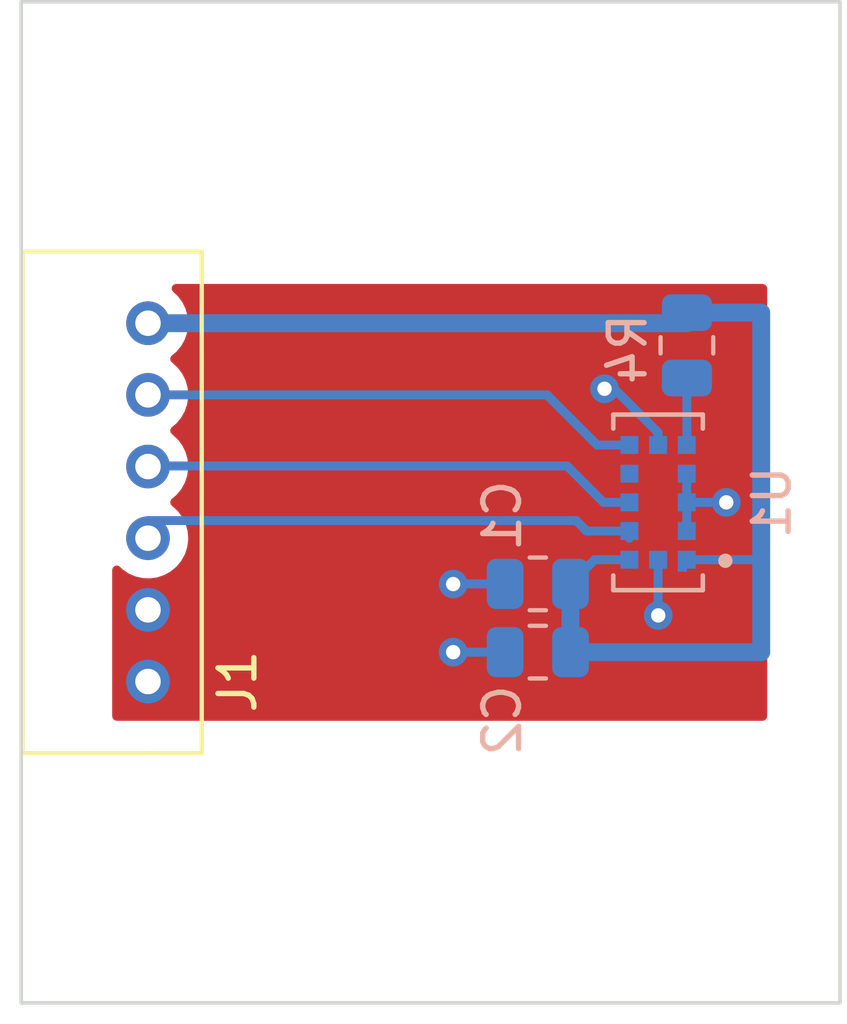
<source format=kicad_pcb>
(kicad_pcb (version 20211014) (generator pcbnew)
  (layers (0 "F.Cu" signal) (31 "B.Cu" signal) (34 "B.Paste" user) (35 "F.Paste" user) (36 "B.SilkS" user "B.Silkscreen") (37 "F.SilkS" user "F.Silkscreen") (38 "B.Mask" user) (39 "F.Mask" user) (44 "Edge.Cuts" user))
  (net 0 "")
  (net 1 "+3V3")
  (net 2 "GND")
  (net 3 "Net-(J1-Pad5)")
  (net 4 "Net-(U1-Pad10)")
  (net 5 "Net-(U1-Pad9)")
  (net 6 "Net-(U1-Pad5)")
  (footprint "MountingHole:MountingHole_3.2mm_M3" (layer "F.Cu") (at 74.93 48.895)
    (fp_text reference "REF**" hide)
    (fp_text value "MountingHole_3.2mm_M3")
    (pad "" np_thru_hole circle (at 0 0) (size 3.2 3.2) (drill 3.2) (layers *.Cu *.Mask))
  )
  (footprint "MountingHole:MountingHole_3.2mm_M3" (layer "F.Cu") (at 74.93 67.945)
    (fp_text reference "REF**" hide)
    (fp_text value "MountingHole_3.2mm_M3")
    (pad "" np_thru_hole circle (at 0 0) (size 3.2 3.2) (drill 3.2) (layers *.Cu *.Mask))
  )
  (footprint "KiCad_Cust:140-506-415-001" (layer "F.Cu") (at 69.58 63.42 90)
    (fp_text reference "J1" (at 0 2.5 90) (layer "F.SilkS"))
    (fp_text value "140-506-415-001" hide)
    (fp_line (start 12 0) (end 12 1.5) (layer "F.SilkS") (width 0.12))
    (fp_line (start 12 1.5) (end -2 1.5) (layer "F.SilkS") (width 0.12))
    (fp_line (start -2 -3.5) (end 12 -3.5) (layer "F.SilkS") (width 0.12))
    (fp_line (start -2 1.5) (end -2 0) (layer "F.SilkS") (width 0.12))
    (fp_line (start -2 0) (end -2 -3.5) (layer "F.SilkS") (width 0.12))
    (fp_line (start 12 -3.5) (end 12 0) (layer "F.SilkS") (width 0.12))
    (pad "1" thru_hole circle (at 0 0 90) (size 1.2192 1.2192) (drill 0.7112) (layers *.Cu *.Mask) (net 2 "GND"))
    (pad "2" thru_hole circle (at 2.000001 0 90) (size 1.2192 1.2192) (drill 0.7112) (layers *.Cu *.Mask) (net 2 "GND"))
    (pad "3" thru_hole circle (at 4 0 90) (size 1.2192 1.2192) (drill 0.7112) (layers *.Cu *.Mask) (net 4 "Net-(U1-Pad10)"))
    (pad "4" thru_hole circle (at 6.000001 0 90) (size 1.2192 1.2192) (drill 0.7112) (layers *.Cu *.Mask) (net 5 "Net-(U1-Pad9)"))
    (pad "5" thru_hole circle (at 7.999999 0 90) (size 1.2192 1.2192) (drill 0.7112) (layers *.Cu *.Mask) (net 3 "Net-(J1-Pad5)"))
    (pad "6" thru_hole circle (at 10 0 90) (size 1.2192 1.2192) (drill 0.7112) (layers *.Cu *.Mask) (net 1 "+3V3"))
  )
  (footprint "KiCad_Cust:XDCR_VL53L1CBV0FY-1" (layer "B.Cu") (at 83.82 58.42)
    (fp_text reference "U1" (at 3.175 0 90) (layer "B.SilkS") (effects (justify mirror)))
    (fp_text value "VL53L1CBV0FY-1")
    (fp_line (start 1.25 -2.45) (end 1.25 -2.06) (layer "B.SilkS") (width 0.127))
    (fp_line (start -1.25 -2.45) (end 1.25 -2.45) (layer "B.SilkS") (width 0.127))
    (fp_line (start -1.25 2.45) (end 1.25 2.45) (layer "B.SilkS") (width 0.127))
    (fp_line (start -1.25 2.04) (end -1.25 2.45) (layer "B.SilkS") (width 0.127))
    (fp_line (start -1.25 -2.06) (end -1.25 -2.45) (layer "B.SilkS") (width 0.127))
    (fp_line (start 1.25 2.45) (end 1.25 2.04) (layer "B.SilkS") (width 0.127))
    (fp_circle (center 1.88 1.63) (end 1.98 1.63) (layer "B.SilkS") (width 0.2) (fill none))
    (pad "1" smd custom (at 0.8 1.6) (size 0.5 0.5) (layers "B.Cu" "B.Paste" "B.Mask") (net 1 "+3V3") (options (clearance outline) (anchor rect)) (primitives (gr_poly (pts (xy -0.25 0.25) (xy -0.25 0.33) (xy 0 0.33) (xy 0 0.12) (xy 0.11 0.12) (xy 0.11 -0.1) (xy -0.23 -0.1) (xy -0.23 0.25)) (width 0.01) (fill yes))))
    (pad "2" smd rect (at 0.8 0.8) (size 0.5 0.5) (layers "B.Cu" "B.Paste" "B.Mask") (net 2 "GND"))
    (pad "3" smd rect (at 0.8 0) (size 0.5 0.5) (layers "B.Cu" "B.Paste" "B.Mask") (net 2 "GND"))
    (pad "4" smd rect (at 0.8 -0.8) (size 0.5 0.5) (layers "B.Cu" "B.Paste" "B.Mask") (net 2 "GND"))
    (pad "5" smd rect (at 0.8 -1.6) (size 0.5 0.5) (layers "B.Cu" "B.Paste" "B.Mask") (net 6 "Net-(U1-Pad5)"))
    (pad "6" smd rect (at 0 -1.6) (size 0.5 0.5) (layers "B.Cu" "B.Paste" "B.Mask") (net 2 "GND"))
    (pad "7" smd rect (at -0.8 -1.6) (size 0.5 0.5) (layers "B.Cu" "B.Paste" "B.Mask") (net 3 "Net-(J1-Pad5)"))
    (pad "8" smd rect (at -0.8 -0.8) (size 0.5 0.5) (layers "B.Cu" "B.Paste" "B.Mask"))
    (pad "9" smd rect (at -0.8 0) (size 0.5 0.5) (layers "B.Cu" "B.Paste" "B.Mask") (net 5 "Net-(U1-Pad9)"))
    (pad "10" smd rect (at -0.8 0.8) (size 0.5 0.5) (layers "B.Cu" "B.Paste" "B.Mask") (net 4 "Net-(U1-Pad10)"))
    (pad "11" smd rect (at -0.8 1.6) (size 0.5 0.5) (layers "B.Cu" "B.Paste" "B.Mask") (net 1 "+3V3"))
    (pad "12" smd rect (at 0 1.6) (size 0.5 0.5) (layers "B.Cu" "B.Paste" "B.Mask") (net 2 "GND"))
  )
  (footprint "Resistor_SMD:R_0805_2012Metric" (layer "B.Cu") (at 84.625 54.0375 -90)
    (fp_text reference "R4" (at 0.1035 1.651 90) (layer "B.SilkS") (effects (justify mirror)))
    (fp_text value "2k")
    (fp_line (start -0.227064 -0.735) (end 0.227064 -0.735) (layer "B.SilkS") (width 0.12))
    (fp_line (start -0.227064 0.735) (end 0.227064 0.735) (layer "B.SilkS") (width 0.12))
    (pad "1" smd roundrect (at -0.9125 0 270) (size 1.025 1.4) (layers "B.Cu" "B.Paste" "B.Mask") (roundrect_rratio 0.243902) (net 1 "+3V3"))
    (pad "2" smd roundrect (at 0.9125 0 270) (size 1.025 1.4) (layers "B.Cu" "B.Paste" "B.Mask") (roundrect_rratio 0.243902) (net 6 "Net-(U1-Pad5)"))
  )
  (footprint "Resistor_SMD:R_0805_2012Metric" (layer "B.Cu") (at 80.4625 62.6 180)
    (fp_text reference "C2" (at 0.9925 -1.905 90) (layer "B.SilkS") (effects (justify mirror)))
    (fp_text value "4.7uF")
    (fp_line (start -0.227064 0.735) (end 0.227064 0.735) (layer "B.SilkS") (width 0.12))
    (fp_line (start -0.227064 -0.735) (end 0.227064 -0.735) (layer "B.SilkS") (width 0.12))
    (pad "1" smd roundrect (at -0.9125 0 180) (size 1.025 1.4) (layers "B.Cu" "B.Paste" "B.Mask") (roundrect_rratio 0.243902) (net 1 "+3V3"))
    (pad "2" smd roundrect (at 0.9125 0 180) (size 1.025 1.4) (layers "B.Cu" "B.Paste" "B.Mask") (roundrect_rratio 0.243902) (net 2 "GND"))
  )
  (footprint "Resistor_SMD:R_0805_2012Metric" (layer "B.Cu") (at 80.4625 60.695 180)
    (fp_text reference "C1" (at 0.9925 1.905 90) (layer "B.SilkS") (effects (justify mirror)))
    (fp_text value ".1uF")
    (fp_line (start -0.227064 0.735) (end 0.227064 0.735) (layer "B.SilkS") (width 0.12))
    (fp_line (start -0.227064 -0.735) (end 0.227064 -0.735) (layer "B.SilkS") (width 0.12))
    (pad "1" smd roundrect (at -0.9125 0 180) (size 1.025 1.4) (layers "B.Cu" "B.Paste" "B.Mask") (roundrect_rratio 0.243902) (net 1 "+3V3"))
    (pad "2" smd roundrect (at 0.9125 0 180) (size 1.025 1.4) (layers "B.Cu" "B.Paste" "B.Mask") (roundrect_rratio 0.243902) (net 2 "GND"))
  )
  (gr_rect (start 66.04 44.45) (end 88.9 72.39) (layer "Edge.Cuts") (width 0.1) (fill none))
  (segment (start 86.7 60.02) (end 86.7 60) (width 0.25) (layer "B.Cu") (net 1))
  (segment (start 82.05 60.02) (end 81.375 60.695) (width 0.25) (layer "B.Cu") (net 1))
  (segment (start 81.375 62.6) (end 81.375 60.695) (width 0.5) (layer "B.Cu") (net 1))
  (segment (start 83.02 60.02) (end 82.05 60.02) (width 0.25) (layer "B.Cu") (net 1))
  (segment (start 86.7 53.125) (end 86.7 60) (width 0.5) (layer "B.Cu") (net 1))
  (segment (start 84.625 53.42) (end 84.625 53.125) (width 0.5) (layer "B.Cu") (net 1))
  (segment (start 86.7 62.6) (end 81.375 62.6) (width 0.5) (layer "B.Cu") (net 1))
  (segment (start 69.58 53.42) (end 84.625 53.42) (width 0.5) (layer "B.Cu") (net 1))
  (segment (start 86.7 60) (end 86.7 62.6) (width 0.5) (layer "B.Cu") (net 1))
  (segment (start 84.625 53.125) (end 86.7 53.125) (width 0.5) (layer "B.Cu") (net 1))
  (segment (start 84.62 60.02) (end 86.7 60.02) (width 0.25) (layer "B.Cu") (net 1))
  (via (at 85.725 58.42) (size 0.8) (drill 0.4) (layers "F.Cu" "B.Cu") (net 2))
  (via (at 83.825 61.575) (size 0.8) (drill 0.4) (layers "F.Cu" "B.Cu") (net 2))
  (via (at 78.1 62.6) (size 0.8) (drill 0.4) (layers "F.Cu" "B.Cu") (net 2))
  (via (at 78.1 60.7) (size 0.8) (drill 0.4) (layers "F.Cu" "B.Cu") (net 2))
  (via (at 82.325 55.25) (size 0.8) (drill 0.4) (layers "F.Cu" "B.Cu") (net 2))
  (segment (start 78.105 60.695) (end 78.1 60.7) (width 0.25) (layer "B.Cu") (net 2))
  (segment (start 82.599022 55.25) (end 82.325 55.25) (width 0.25) (layer "B.Cu") (net 2))
  (segment (start 79.55 62.6) (end 78.1 62.6) (width 0.25) (layer "B.Cu") (net 2))
  (segment (start 83.82 60.02) (end 83.82 61.57) (width 0.25) (layer "B.Cu") (net 2))
  (segment (start 84.62 58.42) (end 84.62 59.22) (width 0.25) (layer "B.Cu") (net 2))
  (segment (start 83.82 56.470978) (end 82.599022 55.25) (width 0.25) (layer "B.Cu") (net 2))
  (segment (start 84.62 58.42) (end 85.725 58.42) (width 0.25) (layer "B.Cu") (net 2))
  (segment (start 83.82 61.57) (end 83.825 61.575) (width 0.25) (layer "B.Cu") (net 2))
  (segment (start 79.55 60.695) (end 78.105 60.695) (width 0.25) (layer "B.Cu") (net 2))
  (segment (start 83.82 56.82) (end 83.82 56.470978) (width 0.25) (layer "B.Cu") (net 2))
  (segment (start 84.62 57.62) (end 84.62 58.42) (width 0.25) (layer "B.Cu") (net 2))
  (segment (start 83.02 56.82) (end 82.12 56.82) (width 0.25) (layer "B.Cu") (net 3))
  (segment (start 80.725 55.420001) (end 69.58 55.420001) (width 0.25) (layer "B.Cu") (net 3))
  (segment (start 82.12 56.82) (end 80.725 55.425) (width 0.25) (layer "B.Cu") (net 3))
  (segment (start 80.725 55.425) (end 80.725 55.420001) (width 0.25) (layer "B.Cu") (net 3))
  (segment (start 81.826 59.22) (end 81.534 58.928) (width 0.25) (layer "B.Cu") (net 4))
  (segment (start 81.534 58.928) (end 69.58 58.928) (width 0.25) (layer "B.Cu") (net 4))
  (segment (start 69.58 58.928) (end 69.58 59.42) (width 0.25) (layer "B.Cu") (net 4))
  (segment (start 83.02 59.22) (end 83.02 59.42) (width 0.25) (layer "B.Cu") (net 4))
  (segment (start 83.02 59.22) (end 81.826 59.22) (width 0.25) (layer "B.Cu") (net 4))
  (segment (start 81.28 57.404) (end 69.58 57.404) (width 0.25) (layer "B.Cu") (net 5))
  (segment (start 82.296 58.42) (end 81.28 57.404) (width 0.25) (layer "B.Cu") (net 5))
  (segment (start 69.58 57.404) (end 69.58 57.419999) (width 0.25) (layer "B.Cu") (net 5))
  (segment (start 83.02 58.42) (end 82.296 58.42) (width 0.25) (layer "B.Cu") (net 5))
  (segment (start 84.625 54.95) (end 84.625 56.815) (width 0.25) (layer "B.Cu") (net 6))
  (segment (start 84.625 56.815) (end 84.62 56.82) (width 0.25) (layer "B.Cu") (net 6))
  (zone (net 2) (net_name "GND") (layer "F.Cu") (connect_pads yes (clearance 0.508)) (min_thickness 0.254) (fill yes (thermal_gap 0.508) (thermal_bridge_width 0.508))
    (polygon (pts (xy 86.868 64.516) (xy 68.58 64.516) (xy 68.58 52.324) (xy 86.868 52.324)))
  )
)
</source>
